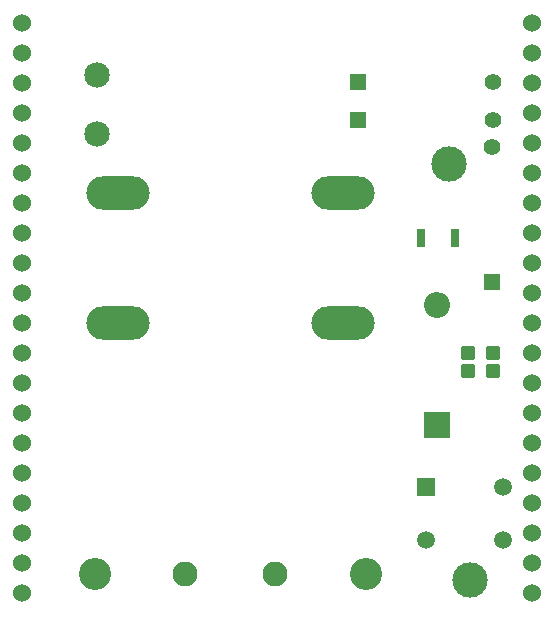
<source format=gbr>
%TF.GenerationSoftware,KiCad,Pcbnew,8.0.8*%
%TF.CreationDate,2025-02-03T20:55:20-05:00*%
%TF.ProjectId,IMD Latching Module V2.0,494d4420-4c61-4746-9368-696e67204d6f,rev?*%
%TF.SameCoordinates,Original*%
%TF.FileFunction,Soldermask,Top*%
%TF.FilePolarity,Negative*%
%FSLAX46Y46*%
G04 Gerber Fmt 4.6, Leading zero omitted, Abs format (unit mm)*
G04 Created by KiCad (PCBNEW 8.0.8) date 2025-02-03 20:55:20*
%MOMM*%
%LPD*%
G01*
G04 APERTURE LIST*
G04 Aperture macros list*
%AMRoundRect*
0 Rectangle with rounded corners*
0 $1 Rounding radius*
0 $2 $3 $4 $5 $6 $7 $8 $9 X,Y pos of 4 corners*
0 Add a 4 corners polygon primitive as box body*
4,1,4,$2,$3,$4,$5,$6,$7,$8,$9,$2,$3,0*
0 Add four circle primitives for the rounded corners*
1,1,$1+$1,$2,$3*
1,1,$1+$1,$4,$5*
1,1,$1+$1,$6,$7*
1,1,$1+$1,$8,$9*
0 Add four rect primitives between the rounded corners*
20,1,$1+$1,$2,$3,$4,$5,0*
20,1,$1+$1,$4,$5,$6,$7,0*
20,1,$1+$1,$6,$7,$8,$9,0*
20,1,$1+$1,$8,$9,$2,$3,0*%
G04 Aperture macros list end*
%ADD10RoundRect,0.102000X0.485000X-0.450000X0.485000X0.450000X-0.485000X0.450000X-0.485000X-0.450000X0*%
%ADD11C,3.000000*%
%ADD12C,1.524000*%
%ADD13R,1.498600X1.498600*%
%ADD14C,1.498600*%
%ADD15R,0.660400X1.549400*%
%ADD16O,5.350000X2.850000*%
%ADD17C,2.717800*%
%ADD18C,2.108200*%
%ADD19R,1.397000X1.397000*%
%ADD20C,1.397000*%
%ADD21C,2.154000*%
%ADD22R,2.200000X2.200000*%
%ADD23O,2.200000X2.200000*%
G04 APERTURE END LIST*
D10*
%TO.C,D1*%
X90620000Y-80270000D03*
X90620000Y-78750000D03*
%TD*%
%TO.C,D2*%
X88540000Y-80260000D03*
X88540000Y-78740000D03*
%TD*%
D11*
%TO.C,TP2*%
X86900000Y-62700000D03*
%TD*%
D12*
%TO.C,J3*%
X50800000Y-99060000D03*
X50800000Y-96520000D03*
X50800000Y-93980000D03*
X50800000Y-91440000D03*
X50800000Y-88900000D03*
X50800000Y-86360000D03*
X50800000Y-83820000D03*
X50800000Y-81280000D03*
X50800000Y-78740000D03*
X50800000Y-76200000D03*
X50800000Y-73660000D03*
X50800000Y-71120000D03*
X50800000Y-68580000D03*
X50800000Y-66040000D03*
X50800000Y-63500000D03*
X50800000Y-60960000D03*
X50800000Y-58420000D03*
X50800000Y-55880000D03*
X50800000Y-53340000D03*
X50800000Y-50800000D03*
%TD*%
D13*
%TO.C,IMD RESET*%
X85019999Y-90070000D03*
D14*
X91520000Y-90070000D03*
X85019999Y-94570001D03*
X91520000Y-94570001D03*
%TD*%
D15*
%TO.C,D4*%
X84600000Y-69000000D03*
X87444800Y-69000000D03*
%TD*%
D16*
%TO.C,K1*%
X58920000Y-65159999D03*
X58920000Y-76160000D03*
D17*
X56970000Y-97460000D03*
D18*
X64620000Y-97460000D03*
X72220000Y-97460000D03*
D17*
X79870000Y-97460000D03*
D16*
X77919998Y-76160000D03*
X77919998Y-65159999D03*
%TD*%
D19*
%TO.C,R2*%
X79200000Y-59000000D03*
D20*
X90630000Y-59000000D03*
%TD*%
D21*
%TO.C,J4*%
X57130000Y-55150000D03*
X57130000Y-60150000D03*
%TD*%
D11*
%TO.C,TP1*%
X88720000Y-97970000D03*
%TD*%
D19*
%TO.C,R1*%
X79200000Y-55800000D03*
D20*
X90630000Y-55800000D03*
%TD*%
D12*
%TO.C,J2*%
X94000000Y-99060000D03*
X94000000Y-96520000D03*
X94000000Y-93980000D03*
X94000000Y-91440000D03*
X94000000Y-88900000D03*
X94000000Y-86360000D03*
X94000000Y-83820000D03*
X94000000Y-81280000D03*
X94000000Y-78740000D03*
X94000000Y-76200000D03*
X94000000Y-73660000D03*
X94000000Y-71120000D03*
X94000000Y-68580000D03*
X94000000Y-66040000D03*
X94000000Y-63500000D03*
X94000000Y-60960000D03*
X94000000Y-58420000D03*
X94000000Y-55880000D03*
X94000000Y-53340000D03*
X94000000Y-50800000D03*
%TD*%
D22*
%TO.C,D3*%
X85920000Y-84790000D03*
D23*
X85920000Y-74630000D03*
%TD*%
D19*
%TO.C,R3*%
X90600000Y-72730000D03*
D20*
X90600000Y-61300000D03*
%TD*%
M02*

</source>
